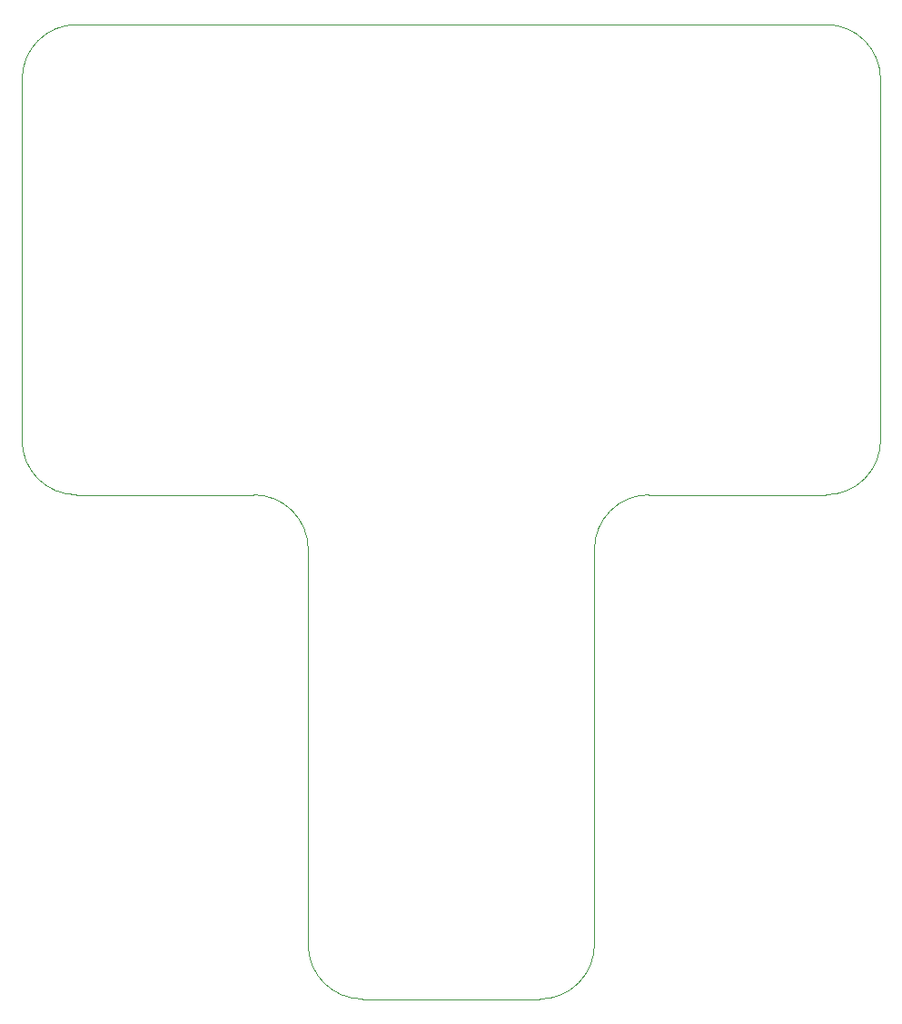
<source format=gbr>
%TF.GenerationSoftware,KiCad,Pcbnew,7.0.5*%
%TF.CreationDate,2024-01-10T18:43:09+02:00*%
%TF.ProjectId,LCD Display,4c434420-4469-4737-906c-61792e6b6963,rev?*%
%TF.SameCoordinates,Original*%
%TF.FileFunction,Profile,NP*%
%FSLAX46Y46*%
G04 Gerber Fmt 4.6, Leading zero omitted, Abs format (unit mm)*
G04 Created by KiCad (PCBNEW 7.0.5) date 2024-01-10 18:43:09*
%MOMM*%
%LPD*%
G01*
G04 APERTURE LIST*
%TA.AperFunction,Profile*%
%ADD10C,0.100000*%
%TD*%
G04 APERTURE END LIST*
D10*
X167016971Y-142874571D02*
G75*
G03*
X172096971Y-137794599I29J5079971D01*
G01*
X123836971Y-52069571D02*
G75*
G03*
X118756971Y-57149599I29J-5080029D01*
G01*
X198767001Y-57149599D02*
G75*
G03*
X193686971Y-52069599I-5080001J-1D01*
G01*
X193686971Y-95884971D02*
G75*
G03*
X198766971Y-90805000I29J5079971D01*
G01*
X123825000Y-95885401D02*
X140340985Y-95885802D01*
X177176971Y-95885000D02*
X193686971Y-95885000D01*
X145420998Y-100965802D02*
G75*
G03*
X140340985Y-95885802I-5079998J2D01*
G01*
X145415000Y-137795000D02*
G75*
G03*
X150495000Y-142875000I5080100J100D01*
G01*
X177176971Y-95884999D02*
G75*
G03*
X172096999Y-100965000I29J-5080001D01*
G01*
X167016971Y-142874599D02*
X150495000Y-142875000D01*
X172096971Y-137794599D02*
X172096971Y-100965000D01*
X193686970Y-52069599D02*
X123836971Y-52069599D01*
X198766971Y-57149599D02*
X198766971Y-90805000D01*
X145420985Y-100965802D02*
X145415000Y-137795000D01*
X118756971Y-57149599D02*
X118745000Y-90805400D01*
X118745099Y-90805400D02*
G75*
G03*
X123825000Y-95885401I5079901J-100D01*
G01*
M02*

</source>
